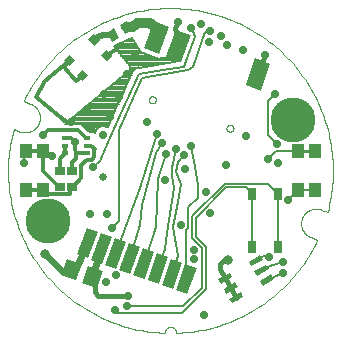
<source format=gtl>
G75*
%MOIN*%
%OFA0B0*%
%FSLAX25Y25*%
%IPPOS*%
%LPD*%
%AMOC8*
5,1,8,0,0,1.08239X$1,22.5*
%
%ADD10C,0.00004*%
%ADD11C,0.00000*%
%ADD12R,0.09449X0.03937*%
%ADD13R,0.09449X0.05354*%
%ADD14R,0.03937X0.04724*%
%ADD15R,0.03543X0.02756*%
%ADD16R,0.02800X0.02600*%
%ADD17R,0.02756X0.03543*%
%ADD18R,0.04400X0.01800*%
%ADD19R,0.03000X0.03900*%
%ADD20C,0.14961*%
%ADD21R,0.05118X0.05906*%
%ADD22R,0.02362X0.01654*%
%ADD23C,0.02775*%
%ADD24C,0.01200*%
%ADD25C,0.02400*%
%ADD26C,0.01600*%
%ADD27C,0.00800*%
%ADD28C,0.02578*%
%ADD29C,0.03169*%
%ADD30C,0.00600*%
%ADD31C,0.01000*%
%ADD32C,0.03200*%
%ADD33C,0.02000*%
D10*
X0029475Y0069444D02*
X0031670Y0068646D01*
X0031801Y0068600D01*
X0031934Y0068558D01*
X0032068Y0068520D01*
X0032203Y0068485D01*
X0032339Y0068455D01*
X0032476Y0068428D01*
X0032613Y0068405D01*
X0032751Y0068386D01*
X0032889Y0068371D01*
X0033028Y0068360D01*
X0033167Y0068353D01*
X0033307Y0068349D01*
X0033446Y0068350D01*
X0033585Y0068354D01*
X0033724Y0068363D01*
X0033863Y0068375D01*
X0034001Y0068392D01*
X0034139Y0068412D01*
X0034276Y0068436D01*
X0034412Y0068464D01*
X0034548Y0068496D01*
X0034683Y0068532D01*
X0034816Y0068572D01*
X0034949Y0068615D01*
X0035080Y0068662D01*
X0035209Y0068713D01*
X0035338Y0068767D01*
X0035464Y0068825D01*
X0035589Y0068886D01*
X0035712Y0068951D01*
X0035834Y0069020D01*
X0035953Y0069092D01*
X0036070Y0069167D01*
X0036185Y0069246D01*
X0036298Y0069327D01*
X0036408Y0069412D01*
X0036516Y0069500D01*
X0036622Y0069591D01*
X0036724Y0069685D01*
X0036824Y0069782D01*
X0036922Y0069882D01*
X0037016Y0069984D01*
X0037108Y0070089D01*
X0037196Y0070197D01*
X0037282Y0070307D01*
X0037364Y0070419D01*
X0037443Y0070534D01*
X0037519Y0070650D01*
X0037591Y0070769D01*
X0037660Y0070890D01*
X0037726Y0071013D01*
X0037788Y0071138D01*
X0037847Y0071264D01*
X0037902Y0071392D01*
X0037953Y0071522D01*
X0038001Y0071653D01*
X0038044Y0071785D01*
X0038085Y0071918D01*
X0038121Y0072052D01*
X0038154Y0072188D01*
X0038182Y0072324D01*
X0038207Y0072461D01*
X0038228Y0072599D01*
X0038245Y0072737D01*
X0038258Y0072876D01*
X0038267Y0073015D01*
X0038273Y0073154D01*
X0038274Y0073293D01*
X0038271Y0073432D01*
X0038265Y0073572D01*
X0038254Y0073710D01*
X0038240Y0073849D01*
X0038221Y0073987D01*
X0038199Y0074125D01*
X0038173Y0074261D01*
X0038143Y0074397D01*
X0038109Y0074532D01*
X0038072Y0074667D01*
X0038030Y0074800D01*
X0037985Y0074931D01*
X0037936Y0075062D01*
X0037884Y0075191D01*
X0037828Y0075318D01*
X0037768Y0075444D01*
X0037705Y0075568D01*
X0037638Y0075690D01*
X0037568Y0075810D01*
X0037494Y0075929D01*
X0037417Y0076045D01*
X0037337Y0076159D01*
X0037254Y0076270D01*
X0037167Y0076379D01*
X0037078Y0076486D01*
X0036985Y0076590D01*
X0036890Y0076692D01*
X0036791Y0076790D01*
X0036690Y0076886D01*
X0036587Y0076979D01*
X0036480Y0077069D01*
X0036372Y0077156D01*
X0036260Y0077240D01*
X0036147Y0077321D01*
X0036031Y0077398D01*
X0035913Y0077472D01*
X0035793Y0077543D01*
X0035671Y0077611D01*
X0035548Y0077674D01*
X0035422Y0077735D01*
X0035295Y0077792D01*
X0035166Y0077845D01*
X0035036Y0077894D01*
X0035036Y0077895D02*
X0032842Y0078693D01*
X0032841Y0078694D02*
X0033420Y0079885D01*
X0034027Y0081061D01*
X0034664Y0082222D01*
X0035328Y0083368D01*
X0036020Y0084496D01*
X0036740Y0085608D01*
X0037486Y0086701D01*
X0038260Y0087776D01*
X0039059Y0088832D01*
X0039884Y0089868D01*
X0040733Y0090883D01*
X0041608Y0091877D01*
X0042506Y0092850D01*
X0043428Y0093800D01*
X0044373Y0094727D01*
X0045340Y0095631D01*
X0046330Y0096512D01*
X0047340Y0097367D01*
X0048371Y0098198D01*
X0049422Y0099003D01*
X0050492Y0099782D01*
X0051582Y0100535D01*
X0052689Y0101261D01*
X0053814Y0101960D01*
X0054955Y0102631D01*
X0056112Y0103274D01*
X0057285Y0103888D01*
X0058473Y0104474D01*
X0059674Y0105030D01*
X0060889Y0105557D01*
X0062116Y0106054D01*
X0063355Y0106521D01*
X0064605Y0106957D01*
X0065866Y0107363D01*
X0067136Y0107737D01*
X0068414Y0108081D01*
X0069701Y0108393D01*
X0070995Y0108673D01*
X0072296Y0108922D01*
X0073602Y0109139D01*
X0074913Y0109324D01*
X0076228Y0109477D01*
X0077547Y0109597D01*
X0078868Y0109686D01*
X0080190Y0109742D01*
X0081514Y0109765D01*
X0082838Y0109756D01*
X0084162Y0109715D01*
X0085484Y0109642D01*
X0086804Y0109536D01*
X0088120Y0109398D01*
X0089433Y0109228D01*
X0090742Y0109025D01*
X0092045Y0108791D01*
X0093342Y0108525D01*
X0094632Y0108227D01*
X0095915Y0107898D01*
X0097189Y0107538D01*
X0098454Y0107146D01*
X0099708Y0106724D01*
X0100953Y0106271D01*
X0102185Y0105788D01*
X0103406Y0105275D01*
X0104614Y0104732D01*
X0105808Y0104160D01*
X0106987Y0103559D01*
X0108152Y0102929D01*
X0109301Y0102270D01*
X0110433Y0101584D01*
X0111548Y0100871D01*
X0112646Y0100130D01*
X0113725Y0099363D01*
X0114785Y0098569D01*
X0115825Y0097750D01*
X0116845Y0096906D01*
X0117844Y0096037D01*
X0118821Y0095144D01*
X0119777Y0094227D01*
X0120709Y0093287D01*
X0121618Y0092324D01*
X0122504Y0091340D01*
X0123365Y0090334D01*
X0124201Y0089308D01*
X0125012Y0088261D01*
X0125797Y0087195D01*
X0126556Y0086110D01*
X0127288Y0085007D01*
X0127993Y0083886D01*
X0128670Y0082748D01*
X0129319Y0081594D01*
X0129940Y0080425D01*
X0130532Y0079240D01*
X0131095Y0078042D01*
X0131628Y0076830D01*
X0132132Y0075605D01*
X0132605Y0074369D01*
X0133048Y0073121D01*
X0133460Y0071863D01*
X0133842Y0070595D01*
X0134192Y0069318D01*
X0134511Y0068033D01*
X0134799Y0066741D01*
X0135055Y0065442D01*
X0135279Y0064137D01*
X0135471Y0062827D01*
X0135631Y0061512D01*
X0135758Y0060194D01*
X0135854Y0058874D01*
X0135917Y0057551D01*
X0135948Y0056228D01*
X0135946Y0054904D01*
X0135912Y0053580D01*
X0135846Y0052258D01*
X0135747Y0050937D01*
X0135616Y0049620D01*
X0135453Y0048306D01*
X0135258Y0046996D01*
X0135031Y0045692D01*
X0134772Y0044393D01*
X0134481Y0043102D01*
X0134159Y0041817D01*
X0131965Y0042616D01*
X0131965Y0042615D02*
X0131834Y0042661D01*
X0131701Y0042703D01*
X0131567Y0042741D01*
X0131432Y0042776D01*
X0131296Y0042806D01*
X0131159Y0042833D01*
X0131022Y0042856D01*
X0130884Y0042875D01*
X0130746Y0042890D01*
X0130607Y0042901D01*
X0130468Y0042908D01*
X0130328Y0042912D01*
X0130189Y0042911D01*
X0130050Y0042907D01*
X0129911Y0042898D01*
X0129772Y0042886D01*
X0129634Y0042869D01*
X0129496Y0042849D01*
X0129359Y0042825D01*
X0129223Y0042797D01*
X0129087Y0042765D01*
X0128952Y0042729D01*
X0128819Y0042689D01*
X0128686Y0042646D01*
X0128555Y0042599D01*
X0128426Y0042548D01*
X0128297Y0042494D01*
X0128171Y0042436D01*
X0128046Y0042375D01*
X0127923Y0042310D01*
X0127801Y0042241D01*
X0127682Y0042169D01*
X0127565Y0042094D01*
X0127450Y0042015D01*
X0127337Y0041934D01*
X0127227Y0041849D01*
X0127119Y0041761D01*
X0127013Y0041670D01*
X0126911Y0041576D01*
X0126811Y0041479D01*
X0126713Y0041379D01*
X0126619Y0041277D01*
X0126527Y0041172D01*
X0126439Y0041064D01*
X0126353Y0040954D01*
X0126271Y0040842D01*
X0126192Y0040727D01*
X0126116Y0040611D01*
X0126044Y0040492D01*
X0125975Y0040371D01*
X0125909Y0040248D01*
X0125847Y0040123D01*
X0125788Y0039997D01*
X0125733Y0039869D01*
X0125682Y0039739D01*
X0125634Y0039608D01*
X0125591Y0039476D01*
X0125550Y0039343D01*
X0125514Y0039209D01*
X0125481Y0039073D01*
X0125453Y0038937D01*
X0125428Y0038800D01*
X0125407Y0038662D01*
X0125390Y0038524D01*
X0125377Y0038385D01*
X0125368Y0038246D01*
X0125362Y0038107D01*
X0125361Y0037968D01*
X0125364Y0037829D01*
X0125370Y0037689D01*
X0125381Y0037551D01*
X0125395Y0037412D01*
X0125414Y0037274D01*
X0125436Y0037136D01*
X0125462Y0037000D01*
X0125492Y0036864D01*
X0125526Y0036729D01*
X0125563Y0036594D01*
X0125605Y0036461D01*
X0125650Y0036330D01*
X0125699Y0036199D01*
X0125751Y0036070D01*
X0125807Y0035943D01*
X0125867Y0035817D01*
X0125930Y0035693D01*
X0125997Y0035571D01*
X0126067Y0035451D01*
X0126141Y0035332D01*
X0126218Y0035216D01*
X0126298Y0035102D01*
X0126381Y0034991D01*
X0126468Y0034882D01*
X0126557Y0034775D01*
X0126650Y0034671D01*
X0126745Y0034569D01*
X0126844Y0034471D01*
X0126945Y0034375D01*
X0127048Y0034282D01*
X0127155Y0034192D01*
X0127263Y0034105D01*
X0127375Y0034021D01*
X0127488Y0033940D01*
X0127604Y0033863D01*
X0127722Y0033789D01*
X0127842Y0033718D01*
X0127964Y0033650D01*
X0128087Y0033587D01*
X0128213Y0033526D01*
X0128340Y0033469D01*
X0128469Y0033416D01*
X0128599Y0033367D01*
X0128598Y0033367D02*
X0130793Y0032568D01*
X0079849Y0001533D02*
X0078539Y0001596D01*
X0077231Y0001692D01*
X0075926Y0001818D01*
X0074624Y0001977D01*
X0073327Y0002167D01*
X0072035Y0002388D01*
X0070748Y0002641D01*
X0069468Y0002924D01*
X0068195Y0003239D01*
X0066930Y0003584D01*
X0065674Y0003960D01*
X0064427Y0004366D01*
X0063190Y0004802D01*
X0061965Y0005268D01*
X0060751Y0005764D01*
X0059549Y0006289D01*
X0058361Y0006843D01*
X0057186Y0007425D01*
X0056026Y0008036D01*
X0054881Y0008674D01*
X0053751Y0009341D01*
X0052638Y0010034D01*
X0051542Y0010754D01*
X0050464Y0011500D01*
X0049405Y0012273D01*
X0048364Y0013071D01*
X0047343Y0013893D01*
X0046342Y0014740D01*
X0045362Y0015612D01*
X0044404Y0016506D01*
X0043467Y0017424D01*
X0042553Y0018364D01*
X0041662Y0019326D01*
X0040794Y0020309D01*
X0039951Y0021313D01*
X0039132Y0022337D01*
X0038338Y0023381D01*
X0037570Y0024443D01*
X0036827Y0025524D01*
X0036111Y0026622D01*
X0035422Y0027738D01*
X0034760Y0028870D01*
X0034126Y0030017D01*
X0033520Y0031180D01*
X0032942Y0032357D01*
X0032392Y0033547D01*
X0031872Y0034751D01*
X0031381Y0035967D01*
X0030919Y0037194D01*
X0030488Y0038432D01*
X0030086Y0039681D01*
X0029715Y0040938D01*
X0029375Y0042204D01*
X0029065Y0043478D01*
X0028786Y0044760D01*
X0028538Y0046047D01*
X0028322Y0047340D01*
X0028137Y0048639D01*
X0027983Y0049941D01*
X0027861Y0051246D01*
X0027770Y0052554D01*
X0027712Y0053864D01*
X0027685Y0055175D01*
X0027690Y0056486D01*
X0027726Y0057797D01*
X0027795Y0059107D01*
X0027895Y0060414D01*
X0028026Y0061719D01*
X0028190Y0063020D01*
X0028384Y0064316D01*
X0028610Y0065608D01*
X0028868Y0066894D01*
X0029156Y0068173D01*
X0029475Y0069445D01*
X0079848Y0001533D02*
X0079852Y0001620D01*
X0079859Y0001707D01*
X0079870Y0001794D01*
X0079886Y0001880D01*
X0079904Y0001965D01*
X0079927Y0002049D01*
X0079953Y0002133D01*
X0079983Y0002215D01*
X0080017Y0002295D01*
X0080054Y0002374D01*
X0080095Y0002452D01*
X0080139Y0002527D01*
X0080186Y0002600D01*
X0080237Y0002672D01*
X0080290Y0002741D01*
X0080347Y0002807D01*
X0080407Y0002871D01*
X0080469Y0002932D01*
X0080534Y0002990D01*
X0080601Y0003046D01*
X0080671Y0003098D01*
X0080743Y0003148D01*
X0080818Y0003194D01*
X0080894Y0003236D01*
X0080972Y0003275D01*
X0081052Y0003311D01*
X0081133Y0003343D01*
X0081215Y0003372D01*
X0081299Y0003397D01*
X0081384Y0003418D01*
X0081469Y0003435D01*
X0081556Y0003449D01*
X0081643Y0003458D01*
X0081730Y0003464D01*
X0081817Y0003466D01*
X0081904Y0003464D01*
X0081991Y0003458D01*
X0082078Y0003449D01*
X0082165Y0003435D01*
X0082250Y0003418D01*
X0082335Y0003397D01*
X0082419Y0003372D01*
X0082501Y0003343D01*
X0082582Y0003311D01*
X0082662Y0003275D01*
X0082740Y0003236D01*
X0082816Y0003194D01*
X0082891Y0003148D01*
X0082963Y0003098D01*
X0083033Y0003046D01*
X0083100Y0002990D01*
X0083165Y0002932D01*
X0083227Y0002871D01*
X0083287Y0002807D01*
X0083344Y0002741D01*
X0083397Y0002672D01*
X0083448Y0002600D01*
X0083495Y0002527D01*
X0083539Y0002452D01*
X0083580Y0002374D01*
X0083617Y0002295D01*
X0083651Y0002215D01*
X0083681Y0002133D01*
X0083707Y0002049D01*
X0083730Y0001965D01*
X0083748Y0001880D01*
X0083764Y0001794D01*
X0083775Y0001707D01*
X0083782Y0001620D01*
X0083786Y0001533D01*
D11*
X0083785Y0001533D02*
X0085100Y0001597D01*
X0086413Y0001692D01*
X0087723Y0001820D01*
X0089030Y0001980D01*
X0090333Y0002171D01*
X0091630Y0002394D01*
X0092922Y0002648D01*
X0094207Y0002934D01*
X0095484Y0003251D01*
X0096754Y0003599D01*
X0098015Y0003977D01*
X0099266Y0004386D01*
X0100507Y0004826D01*
X0101737Y0005295D01*
X0102955Y0005794D01*
X0104160Y0006323D01*
X0105353Y0006881D01*
X0106531Y0007468D01*
X0107695Y0008083D01*
X0108843Y0008726D01*
X0109976Y0009397D01*
X0111092Y0010096D01*
X0112190Y0010821D01*
X0113271Y0011573D01*
X0114333Y0012351D01*
X0115376Y0013154D01*
X0116399Y0013983D01*
X0117401Y0014836D01*
X0118383Y0015713D01*
X0119343Y0016614D01*
X0120280Y0017538D01*
X0121195Y0018485D01*
X0122087Y0019453D01*
X0122955Y0020443D01*
X0123798Y0021454D01*
X0124617Y0022485D01*
X0125410Y0023535D01*
X0126178Y0024605D01*
X0126919Y0025692D01*
X0127633Y0026798D01*
X0128321Y0027921D01*
X0128981Y0029060D01*
X0129613Y0030214D01*
X0130217Y0031384D01*
X0130792Y0032568D01*
X0100451Y0069782D02*
X0100453Y0069851D01*
X0100459Y0069919D01*
X0100469Y0069987D01*
X0100483Y0070054D01*
X0100501Y0070121D01*
X0100522Y0070186D01*
X0100548Y0070250D01*
X0100577Y0070312D01*
X0100609Y0070372D01*
X0100645Y0070431D01*
X0100685Y0070487D01*
X0100727Y0070541D01*
X0100773Y0070592D01*
X0100822Y0070641D01*
X0100873Y0070687D01*
X0100927Y0070729D01*
X0100983Y0070769D01*
X0101041Y0070805D01*
X0101102Y0070837D01*
X0101164Y0070866D01*
X0101228Y0070892D01*
X0101293Y0070913D01*
X0101360Y0070931D01*
X0101427Y0070945D01*
X0101495Y0070955D01*
X0101563Y0070961D01*
X0101632Y0070963D01*
X0101701Y0070961D01*
X0101769Y0070955D01*
X0101837Y0070945D01*
X0101904Y0070931D01*
X0101971Y0070913D01*
X0102036Y0070892D01*
X0102100Y0070866D01*
X0102162Y0070837D01*
X0102222Y0070805D01*
X0102281Y0070769D01*
X0102337Y0070729D01*
X0102391Y0070687D01*
X0102442Y0070641D01*
X0102491Y0070592D01*
X0102537Y0070541D01*
X0102579Y0070487D01*
X0102619Y0070431D01*
X0102655Y0070372D01*
X0102687Y0070312D01*
X0102716Y0070250D01*
X0102742Y0070186D01*
X0102763Y0070121D01*
X0102781Y0070054D01*
X0102795Y0069987D01*
X0102805Y0069919D01*
X0102811Y0069851D01*
X0102813Y0069782D01*
X0102811Y0069713D01*
X0102805Y0069645D01*
X0102795Y0069577D01*
X0102781Y0069510D01*
X0102763Y0069443D01*
X0102742Y0069378D01*
X0102716Y0069314D01*
X0102687Y0069252D01*
X0102655Y0069191D01*
X0102619Y0069133D01*
X0102579Y0069077D01*
X0102537Y0069023D01*
X0102491Y0068972D01*
X0102442Y0068923D01*
X0102391Y0068877D01*
X0102337Y0068835D01*
X0102281Y0068795D01*
X0102223Y0068759D01*
X0102162Y0068727D01*
X0102100Y0068698D01*
X0102036Y0068672D01*
X0101971Y0068651D01*
X0101904Y0068633D01*
X0101837Y0068619D01*
X0101769Y0068609D01*
X0101701Y0068603D01*
X0101632Y0068601D01*
X0101563Y0068603D01*
X0101495Y0068609D01*
X0101427Y0068619D01*
X0101360Y0068633D01*
X0101293Y0068651D01*
X0101228Y0068672D01*
X0101164Y0068698D01*
X0101102Y0068727D01*
X0101041Y0068759D01*
X0100983Y0068795D01*
X0100927Y0068835D01*
X0100873Y0068877D01*
X0100822Y0068923D01*
X0100773Y0068972D01*
X0100727Y0069023D01*
X0100685Y0069077D01*
X0100645Y0069133D01*
X0100609Y0069191D01*
X0100577Y0069252D01*
X0100548Y0069314D01*
X0100522Y0069378D01*
X0100501Y0069443D01*
X0100483Y0069510D01*
X0100469Y0069577D01*
X0100459Y0069645D01*
X0100453Y0069713D01*
X0100451Y0069782D01*
X0074554Y0079208D02*
X0074556Y0079277D01*
X0074562Y0079345D01*
X0074572Y0079413D01*
X0074586Y0079480D01*
X0074604Y0079547D01*
X0074625Y0079612D01*
X0074651Y0079676D01*
X0074680Y0079738D01*
X0074712Y0079798D01*
X0074748Y0079857D01*
X0074788Y0079913D01*
X0074830Y0079967D01*
X0074876Y0080018D01*
X0074925Y0080067D01*
X0074976Y0080113D01*
X0075030Y0080155D01*
X0075086Y0080195D01*
X0075144Y0080231D01*
X0075205Y0080263D01*
X0075267Y0080292D01*
X0075331Y0080318D01*
X0075396Y0080339D01*
X0075463Y0080357D01*
X0075530Y0080371D01*
X0075598Y0080381D01*
X0075666Y0080387D01*
X0075735Y0080389D01*
X0075804Y0080387D01*
X0075872Y0080381D01*
X0075940Y0080371D01*
X0076007Y0080357D01*
X0076074Y0080339D01*
X0076139Y0080318D01*
X0076203Y0080292D01*
X0076265Y0080263D01*
X0076325Y0080231D01*
X0076384Y0080195D01*
X0076440Y0080155D01*
X0076494Y0080113D01*
X0076545Y0080067D01*
X0076594Y0080018D01*
X0076640Y0079967D01*
X0076682Y0079913D01*
X0076722Y0079857D01*
X0076758Y0079798D01*
X0076790Y0079738D01*
X0076819Y0079676D01*
X0076845Y0079612D01*
X0076866Y0079547D01*
X0076884Y0079480D01*
X0076898Y0079413D01*
X0076908Y0079345D01*
X0076914Y0079277D01*
X0076916Y0079208D01*
X0076914Y0079139D01*
X0076908Y0079071D01*
X0076898Y0079003D01*
X0076884Y0078936D01*
X0076866Y0078869D01*
X0076845Y0078804D01*
X0076819Y0078740D01*
X0076790Y0078678D01*
X0076758Y0078617D01*
X0076722Y0078559D01*
X0076682Y0078503D01*
X0076640Y0078449D01*
X0076594Y0078398D01*
X0076545Y0078349D01*
X0076494Y0078303D01*
X0076440Y0078261D01*
X0076384Y0078221D01*
X0076326Y0078185D01*
X0076265Y0078153D01*
X0076203Y0078124D01*
X0076139Y0078098D01*
X0076074Y0078077D01*
X0076007Y0078059D01*
X0075940Y0078045D01*
X0075872Y0078035D01*
X0075804Y0078029D01*
X0075735Y0078027D01*
X0075666Y0078029D01*
X0075598Y0078035D01*
X0075530Y0078045D01*
X0075463Y0078059D01*
X0075396Y0078077D01*
X0075331Y0078098D01*
X0075267Y0078124D01*
X0075205Y0078153D01*
X0075144Y0078185D01*
X0075086Y0078221D01*
X0075030Y0078261D01*
X0074976Y0078303D01*
X0074925Y0078349D01*
X0074876Y0078398D01*
X0074830Y0078449D01*
X0074788Y0078503D01*
X0074748Y0078559D01*
X0074712Y0078617D01*
X0074680Y0078678D01*
X0074651Y0078740D01*
X0074625Y0078804D01*
X0074604Y0078869D01*
X0074586Y0078936D01*
X0074572Y0079003D01*
X0074562Y0079071D01*
X0074556Y0079139D01*
X0074554Y0079208D01*
D12*
G36*
X0057589Y0035227D02*
X0054357Y0026349D01*
X0050659Y0027695D01*
X0053891Y0036573D01*
X0057589Y0035227D01*
G37*
G36*
X0062288Y0033517D02*
X0059056Y0024639D01*
X0055358Y0025985D01*
X0058590Y0034863D01*
X0062288Y0033517D01*
G37*
G36*
X0066986Y0031807D02*
X0063754Y0022929D01*
X0060056Y0024275D01*
X0063288Y0033153D01*
X0066986Y0031807D01*
G37*
G36*
X0071684Y0030096D02*
X0068452Y0021218D01*
X0064754Y0022564D01*
X0067986Y0031442D01*
X0071684Y0030096D01*
G37*
G36*
X0076383Y0028386D02*
X0073151Y0019508D01*
X0069453Y0020854D01*
X0072685Y0029732D01*
X0076383Y0028386D01*
G37*
G36*
X0081081Y0026676D02*
X0077849Y0017798D01*
X0074151Y0019144D01*
X0077383Y0028022D01*
X0081081Y0026676D01*
G37*
G36*
X0085780Y0024966D02*
X0082548Y0016088D01*
X0078850Y0017434D01*
X0082082Y0026312D01*
X0085780Y0024966D01*
G37*
G36*
X0090478Y0023256D02*
X0087246Y0014378D01*
X0083548Y0015724D01*
X0086780Y0024602D01*
X0090478Y0023256D01*
G37*
D13*
G36*
X0115076Y0091183D02*
X0111844Y0082306D01*
X0106814Y0084137D01*
X0110046Y0093014D01*
X0115076Y0091183D01*
G37*
G36*
X0088624Y0100811D02*
X0085392Y0091934D01*
X0080362Y0093765D01*
X0083594Y0102642D01*
X0088624Y0100811D01*
G37*
G36*
X0081225Y0103504D02*
X0077993Y0094627D01*
X0072963Y0096458D01*
X0076195Y0105335D01*
X0081225Y0103504D01*
G37*
D14*
X0039298Y0062127D03*
X0033786Y0062127D03*
X0033786Y0049135D03*
X0039298Y0049135D03*
X0124337Y0049135D03*
X0129849Y0049135D03*
X0129849Y0062127D03*
X0124337Y0062127D03*
D15*
X0049140Y0055434D03*
X0044809Y0055434D03*
X0044809Y0050316D03*
X0049140Y0050316D03*
D16*
G36*
X0052559Y0089139D02*
X0054359Y0086995D01*
X0052369Y0085323D01*
X0050569Y0087467D01*
X0052559Y0089139D01*
G37*
G36*
X0048063Y0090456D02*
X0046263Y0092600D01*
X0048253Y0094272D01*
X0050053Y0092128D01*
X0048063Y0090456D01*
G37*
G36*
X0056183Y0097269D02*
X0054383Y0099413D01*
X0056373Y0101085D01*
X0058173Y0098941D01*
X0056183Y0097269D01*
G37*
G36*
X0060679Y0095953D02*
X0062479Y0093809D01*
X0060489Y0092137D01*
X0058689Y0094281D01*
X0060679Y0095953D01*
G37*
D17*
G36*
X0060594Y0101652D02*
X0062979Y0103030D01*
X0064750Y0099964D01*
X0062365Y0098586D01*
X0060594Y0101652D01*
G37*
G36*
X0065026Y0104211D02*
X0067411Y0105589D01*
X0069182Y0102523D01*
X0066797Y0101145D01*
X0065026Y0104211D01*
G37*
D18*
G36*
X0112609Y0025919D02*
X0108799Y0023720D01*
X0107899Y0025279D01*
X0111709Y0027478D01*
X0112609Y0025919D01*
G37*
G36*
X0114479Y0022680D02*
X0110669Y0020481D01*
X0109769Y0022040D01*
X0113579Y0024239D01*
X0114479Y0022680D01*
G37*
G36*
X0116349Y0019441D02*
X0112539Y0017242D01*
X0111639Y0018801D01*
X0115449Y0021000D01*
X0116349Y0019441D01*
G37*
G36*
X0106130Y0013541D02*
X0102320Y0011342D01*
X0101420Y0012901D01*
X0105230Y0015100D01*
X0106130Y0013541D01*
G37*
G36*
X0104259Y0016780D02*
X0100449Y0014581D01*
X0099549Y0016140D01*
X0103359Y0018339D01*
X0104259Y0016780D01*
G37*
G36*
X0102389Y0020019D02*
X0098579Y0017820D01*
X0097679Y0019379D01*
X0101489Y0021578D01*
X0102389Y0020019D01*
G37*
D19*
X0109081Y0030237D03*
X0117546Y0030237D03*
X0117546Y0047954D03*
X0109081Y0047954D03*
D20*
X0122737Y0072580D03*
X0040897Y0038681D03*
D21*
G36*
X0050169Y0019008D02*
X0045361Y0020759D01*
X0047381Y0026308D01*
X0052189Y0024557D01*
X0050169Y0019008D01*
G37*
G36*
X0057198Y0016450D02*
X0052390Y0018201D01*
X0054410Y0023750D01*
X0059218Y0021999D01*
X0057198Y0016450D01*
G37*
D22*
X0054061Y0061339D03*
X0054061Y0063898D03*
X0054061Y0066457D03*
X0046581Y0066457D03*
X0046581Y0063898D03*
X0046581Y0061339D03*
D23*
X0042222Y0060533D03*
X0039305Y0067435D03*
X0048746Y0071772D03*
X0053864Y0076103D03*
X0059770Y0081221D03*
X0064494Y0080040D03*
X0061738Y0073347D03*
X0059376Y0067442D03*
X0055439Y0069410D03*
X0049927Y0065080D03*
X0055833Y0056725D03*
X0055046Y0041064D03*
X0060557Y0041064D03*
X0062293Y0036525D03*
X0063752Y0020814D03*
X0060444Y0018368D03*
X0067644Y0013898D03*
X0067250Y0010324D03*
X0063313Y0009174D03*
X0089691Y0026103D03*
X0089691Y0029253D03*
X0085360Y0037520D03*
X0094913Y0041354D03*
X0093609Y0048544D03*
X0086553Y0055993D03*
X0086453Y0060660D03*
X0083628Y0062907D03*
X0080242Y0061143D03*
X0079136Y0064717D03*
X0077343Y0067979D03*
X0073943Y0071772D03*
X0088490Y0063678D03*
X0100321Y0057599D03*
X0107014Y0067048D03*
X0114344Y0059417D03*
X0117644Y0057993D03*
X0117443Y0064485D03*
X0116644Y0081221D03*
X0113313Y0094213D03*
X0105833Y0095788D03*
X0100715Y0097363D03*
X0098746Y0100513D03*
X0094991Y0102300D03*
X0092085Y0104450D03*
X0088510Y0103269D03*
X0084179Y0105237D03*
X0094510Y0098376D03*
X0070006Y0094607D03*
X0067250Y0087914D03*
X0032998Y0057993D03*
X0079908Y0052589D03*
X0114494Y0026891D03*
X0119219Y0025104D03*
X0119325Y0021529D03*
X0121033Y0045964D03*
X0092841Y0007599D03*
D24*
X0048175Y0047972D02*
X0047940Y0047738D01*
X0040694Y0047738D01*
X0039298Y0049135D01*
X0033786Y0049135D01*
X0039298Y0055631D02*
X0044612Y0050316D01*
X0044809Y0050316D01*
X0048175Y0049350D02*
X0048175Y0047972D01*
X0048175Y0049350D02*
X0049140Y0050316D01*
X0049337Y0050316D01*
X0052112Y0053091D01*
X0052112Y0057363D01*
X0054061Y0059313D01*
X0055739Y0059313D01*
X0056442Y0060016D01*
X0056442Y0062539D01*
X0056620Y0062717D01*
X0055439Y0063898D01*
X0054061Y0063898D01*
X0054061Y0061339D02*
X0050912Y0061339D01*
X0050321Y0060749D01*
X0050321Y0061930D01*
X0050912Y0061339D01*
X0050321Y0060749D02*
X0050321Y0059568D01*
X0049140Y0058387D01*
X0049140Y0055434D01*
X0044809Y0055434D02*
X0044809Y0059568D01*
X0046581Y0061339D01*
X0046581Y0063898D01*
X0046581Y0066457D02*
X0048549Y0066457D01*
X0049927Y0065080D01*
X0049927Y0062324D01*
X0050321Y0061930D01*
X0053668Y0066457D02*
X0051109Y0069017D01*
X0040887Y0069017D01*
X0039305Y0067435D01*
X0039298Y0062127D02*
X0033786Y0062127D01*
X0039298Y0062127D02*
X0039298Y0055631D01*
X0053668Y0066457D02*
X0054061Y0066457D01*
X0048746Y0071772D02*
X0047178Y0071772D01*
X0044804Y0073937D01*
X0036935Y0080040D01*
X0040085Y0085552D01*
X0048158Y0092364D01*
X0046384Y0090276D01*
X0050321Y0085552D01*
X0052464Y0087231D01*
X0060584Y0094045D02*
X0064101Y0096182D01*
X0044804Y0073937D02*
X0047166Y0071518D01*
D25*
X0054124Y0031461D02*
X0051109Y0024528D01*
X0048775Y0022658D01*
X0048283Y0022166D01*
X0045597Y0022166D01*
X0040085Y0027678D01*
X0056227Y0022560D02*
X0055804Y0020100D01*
X0056227Y0022560D02*
X0058823Y0029751D01*
D26*
X0055804Y0020100D02*
X0056620Y0019283D01*
X0056620Y0015080D01*
X0057801Y0013898D01*
X0067644Y0013898D01*
X0098353Y0022954D02*
X0098353Y0024528D01*
X0099534Y0025709D01*
X0101109Y0025709D01*
X0098353Y0022954D02*
X0100034Y0019699D01*
X0101904Y0016460D01*
X0103775Y0013221D01*
X0110945Y0087660D02*
X0113313Y0094213D01*
X0084493Y0097288D02*
X0083392Y0103269D01*
X0084179Y0105237D01*
D27*
X0088510Y0103269D02*
X0089298Y0102087D01*
X0090085Y0100119D01*
X0087329Y0093032D01*
X0086148Y0090276D01*
X0081423Y0089489D01*
X0071187Y0087914D01*
X0065282Y0074922D01*
X0061345Y0065867D01*
X0058195Y0058780D01*
X0055833Y0056725D01*
X0056496Y0068294D02*
X0055905Y0068884D01*
X0054352Y0068884D01*
X0053309Y0069928D01*
X0052020Y0071217D01*
X0046719Y0071217D01*
X0068195Y0089237D01*
X0068310Y0090557D01*
X0062877Y0097033D01*
X0063519Y0097404D01*
X0068825Y0099725D01*
X0071647Y0095492D01*
X0071793Y0095180D01*
X0071875Y0095150D01*
X0071975Y0095001D01*
X0074173Y0094314D01*
X0078070Y0092896D01*
X0078363Y0093032D01*
X0080636Y0093032D01*
X0081423Y0095788D01*
X0085656Y0094249D01*
X0085477Y0093789D01*
X0084740Y0092069D01*
X0081106Y0091464D01*
X0071472Y0089982D01*
X0071261Y0090078D01*
X0070679Y0089859D01*
X0070064Y0089765D01*
X0069927Y0089578D01*
X0069709Y0089496D01*
X0069452Y0088930D01*
X0069085Y0088429D01*
X0069120Y0088199D01*
X0063796Y0076486D01*
X0063778Y0076479D01*
X0063454Y0075734D01*
X0063118Y0074995D01*
X0063125Y0074977D01*
X0061094Y0070305D01*
X0059376Y0070591D01*
X0059214Y0070429D01*
X0058782Y0070429D01*
X0057684Y0069974D01*
X0056844Y0069134D01*
X0056496Y0068294D01*
X0056542Y0068407D02*
X0056382Y0068407D01*
X0056915Y0069205D02*
X0054031Y0069205D01*
X0053232Y0070004D02*
X0057755Y0070004D01*
X0061310Y0070802D02*
X0052434Y0070802D01*
X0050032Y0073996D02*
X0062698Y0073996D01*
X0062351Y0073198D02*
X0049081Y0073198D01*
X0048129Y0072399D02*
X0062004Y0072399D01*
X0061657Y0071601D02*
X0047177Y0071601D01*
X0050984Y0074795D02*
X0063046Y0074795D01*
X0063390Y0075593D02*
X0051935Y0075593D01*
X0052887Y0076392D02*
X0063740Y0076392D01*
X0064116Y0077191D02*
X0053839Y0077191D01*
X0054790Y0077989D02*
X0064479Y0077989D01*
X0064842Y0078788D02*
X0055742Y0078788D01*
X0056694Y0079586D02*
X0065205Y0079586D01*
X0065568Y0080385D02*
X0057645Y0080385D01*
X0058597Y0081183D02*
X0065931Y0081183D01*
X0066294Y0081982D02*
X0059548Y0081982D01*
X0060500Y0082780D02*
X0066657Y0082780D01*
X0067020Y0083579D02*
X0061452Y0083579D01*
X0062403Y0084377D02*
X0067383Y0084377D01*
X0067746Y0085176D02*
X0063355Y0085176D01*
X0064307Y0085974D02*
X0068109Y0085974D01*
X0068471Y0086773D02*
X0065258Y0086773D01*
X0066210Y0087571D02*
X0068834Y0087571D01*
X0069094Y0088370D02*
X0067161Y0088370D01*
X0068113Y0089168D02*
X0069560Y0089168D01*
X0068259Y0089967D02*
X0070965Y0089967D01*
X0068136Y0090765D02*
X0076566Y0090765D01*
X0077341Y0093161D02*
X0066126Y0093161D01*
X0065456Y0093959D02*
X0075147Y0093959D01*
X0072752Y0094758D02*
X0064786Y0094758D01*
X0064116Y0095556D02*
X0071604Y0095556D01*
X0071072Y0096355D02*
X0063446Y0096355D01*
X0063085Y0097153D02*
X0070540Y0097153D01*
X0070007Y0097952D02*
X0064772Y0097952D01*
X0066597Y0098750D02*
X0069475Y0098750D01*
X0068943Y0099549D02*
X0068422Y0099549D01*
X0066796Y0092362D02*
X0084866Y0092362D01*
X0085208Y0093161D02*
X0080673Y0093161D01*
X0080901Y0093959D02*
X0085544Y0093959D01*
X0084257Y0094758D02*
X0081129Y0094758D01*
X0081357Y0095556D02*
X0082061Y0095556D01*
X0081707Y0091564D02*
X0067466Y0091564D01*
X0077343Y0067979D02*
X0071581Y0049725D01*
X0063521Y0028041D01*
X0068219Y0026330D02*
X0071581Y0037520D01*
X0072368Y0044213D01*
X0077093Y0061536D01*
X0079136Y0064717D01*
X0080242Y0061143D02*
X0077486Y0052875D01*
X0077093Y0036733D01*
X0072918Y0024620D01*
X0077616Y0022910D02*
X0079849Y0029646D01*
X0080636Y0034765D01*
X0082998Y0049725D01*
X0082211Y0053662D01*
X0082211Y0056418D01*
X0083628Y0062907D01*
X0086453Y0060660D02*
X0084179Y0058387D01*
X0083786Y0055237D01*
X0085360Y0051300D01*
X0084179Y0045001D01*
X0082605Y0036733D01*
X0084179Y0027284D01*
X0082315Y0021200D01*
X0087013Y0019490D02*
X0087013Y0035797D01*
X0087748Y0036532D01*
X0087748Y0043451D01*
X0090872Y0046576D01*
X0090872Y0050775D01*
X0090085Y0056812D01*
X0088490Y0063678D01*
X0114344Y0059417D02*
X0117024Y0062098D01*
X0118432Y0062098D01*
X0118461Y0062127D01*
X0124337Y0062127D01*
X0124337Y0049135D02*
X0129849Y0049135D01*
X0124337Y0049135D02*
X0124204Y0049135D01*
X0121033Y0045964D01*
X0042222Y0060533D02*
X0040628Y0062127D01*
X0039298Y0062127D01*
D28*
X0059156Y0053527D03*
D29*
X0040085Y0027678D03*
X0101109Y0025709D03*
D30*
X0093647Y0030229D02*
X0093647Y0016157D01*
X0085526Y0008036D01*
X0064451Y0008036D01*
X0063313Y0009174D01*
X0067250Y0010324D02*
X0086116Y0010324D01*
X0092447Y0016654D01*
X0092447Y0029732D01*
X0089048Y0033131D01*
X0089048Y0040420D01*
X0099927Y0051300D01*
X0114199Y0051300D01*
X0117546Y0047954D01*
X0117546Y0030237D01*
X0114494Y0026891D02*
X0112920Y0027284D01*
X0110254Y0025599D01*
X0112124Y0022360D02*
X0114888Y0023741D01*
X0119219Y0025104D01*
X0119325Y0021529D02*
X0113994Y0019121D01*
X0109081Y0030237D02*
X0109081Y0047954D01*
X0106935Y0050100D01*
X0100424Y0050100D01*
X0090248Y0039923D01*
X0090248Y0033628D01*
X0093647Y0030229D01*
X0064494Y0038726D02*
X0064494Y0069222D01*
X0072368Y0086339D01*
X0075912Y0087127D01*
X0087723Y0089095D01*
X0089298Y0090276D01*
X0093235Y0101694D01*
X0094991Y0102300D01*
X0116644Y0081221D02*
X0114357Y0078934D01*
X0114357Y0067571D01*
X0117443Y0064485D01*
X0064494Y0038726D02*
X0062293Y0036525D01*
X0032998Y0057993D02*
X0032998Y0061339D01*
X0033786Y0062127D01*
D31*
X0124337Y0062127D02*
X0129849Y0062127D01*
D32*
X0077094Y0099981D02*
X0077094Y0101201D01*
X0075912Y0104056D02*
X0075839Y0104125D01*
X0075764Y0104192D01*
X0075687Y0104257D01*
X0075607Y0104318D01*
X0075525Y0104376D01*
X0075441Y0104431D01*
X0075355Y0104483D01*
X0075267Y0104532D01*
X0075177Y0104577D01*
X0075086Y0104619D01*
X0074993Y0104657D01*
X0074899Y0104692D01*
X0074803Y0104724D01*
X0074707Y0104751D01*
X0074609Y0104776D01*
X0074511Y0104796D01*
X0074412Y0104813D01*
X0074312Y0104826D01*
X0074212Y0104835D01*
X0074112Y0104841D01*
X0074011Y0104843D01*
X0071350Y0104843D01*
X0071280Y0104841D01*
X0071210Y0104836D01*
X0071140Y0104826D01*
X0071071Y0104814D01*
X0071002Y0104797D01*
X0070935Y0104777D01*
X0070868Y0104754D01*
X0070803Y0104727D01*
X0070740Y0104697D01*
X0070678Y0104663D01*
X0070618Y0104626D01*
X0070560Y0104586D01*
X0070504Y0104543D01*
X0070451Y0104498D01*
X0070400Y0104449D01*
X0067786Y0103367D02*
X0067104Y0103367D01*
X0067786Y0103367D02*
X0067902Y0103369D01*
X0068018Y0103374D01*
X0068134Y0103383D01*
X0068249Y0103396D01*
X0068364Y0103413D01*
X0068479Y0103432D01*
X0068592Y0103456D01*
X0068705Y0103483D01*
X0068817Y0103514D01*
X0068928Y0103548D01*
X0069038Y0103586D01*
X0069147Y0103627D01*
X0069254Y0103671D01*
X0069360Y0103719D01*
X0069464Y0103770D01*
X0069567Y0103824D01*
X0069667Y0103882D01*
X0069766Y0103942D01*
X0069863Y0104006D01*
X0069958Y0104073D01*
X0070051Y0104143D01*
X0070142Y0104215D01*
X0070230Y0104291D01*
X0070316Y0104369D01*
X0070399Y0104450D01*
X0075912Y0104056D02*
X0076000Y0103965D01*
X0076085Y0103871D01*
X0076168Y0103774D01*
X0076247Y0103675D01*
X0076323Y0103574D01*
X0076396Y0103470D01*
X0076466Y0103364D01*
X0076532Y0103256D01*
X0076595Y0103146D01*
X0076654Y0103034D01*
X0076710Y0102920D01*
X0076762Y0102804D01*
X0076811Y0102687D01*
X0076855Y0102568D01*
X0076896Y0102449D01*
X0076934Y0102327D01*
X0076967Y0102205D01*
X0076997Y0102082D01*
X0077022Y0101957D01*
X0077044Y0101833D01*
X0077062Y0101707D01*
X0077076Y0101581D01*
X0077086Y0101454D01*
X0077092Y0101328D01*
X0077094Y0101201D01*
D33*
X0062672Y0100808D02*
X0060214Y0100808D01*
X0060068Y0100806D01*
X0059923Y0100800D01*
X0059777Y0100791D01*
X0059632Y0100777D01*
X0059487Y0100760D01*
X0059343Y0100739D01*
X0059199Y0100715D01*
X0059056Y0100686D01*
X0058914Y0100654D01*
X0058773Y0100618D01*
X0058633Y0100579D01*
X0058493Y0100535D01*
X0058355Y0100489D01*
X0058219Y0100438D01*
X0058083Y0100384D01*
X0057949Y0100327D01*
X0057817Y0100266D01*
X0057686Y0100201D01*
X0057557Y0100133D01*
X0057430Y0100062D01*
X0057305Y0099987D01*
X0057181Y0099910D01*
X0057060Y0099829D01*
X0056941Y0099745D01*
X0056824Y0099657D01*
X0056710Y0099567D01*
X0056598Y0099474D01*
X0056488Y0099378D01*
X0056381Y0099279D01*
X0056277Y0099177D01*
M02*

</source>
